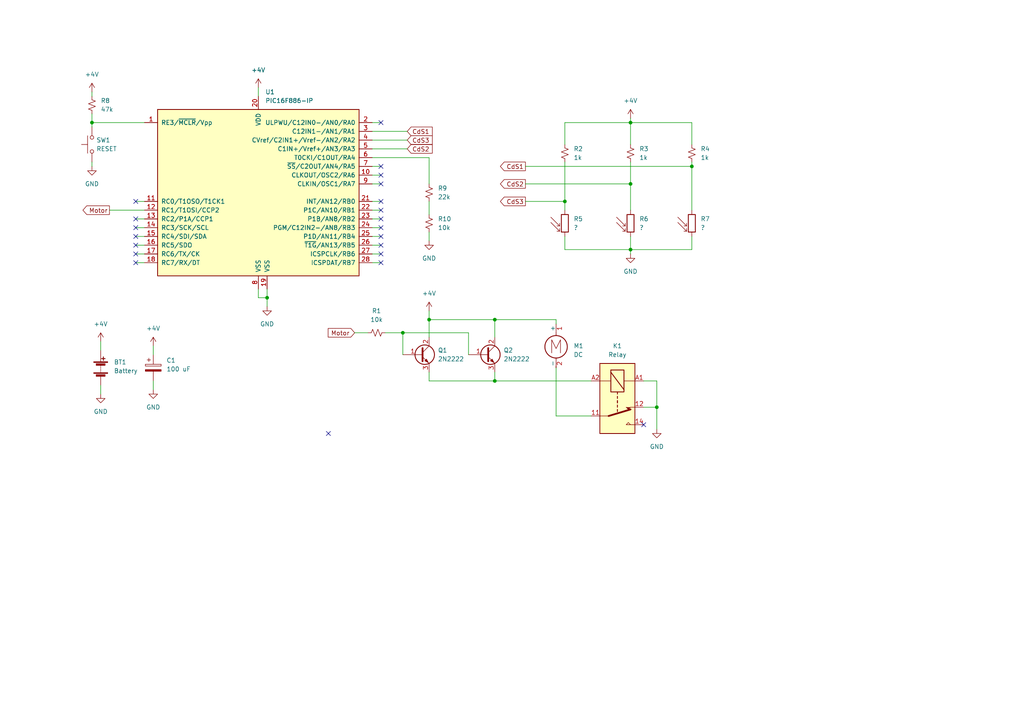
<source format=kicad_sch>
(kicad_sch (version 20211123) (generator eeschema)

  (uuid e63e39d7-6ac0-4ffd-8aa3-1841a4541b55)

  (paper "A4")

  (lib_symbols
    (symbol "Device:Battery" (pin_numbers hide) (pin_names (offset 0) hide) (in_bom yes) (on_board yes)
      (property "Reference" "BT" (id 0) (at 2.54 2.54 0)
        (effects (font (size 1.27 1.27)) (justify left))
      )
      (property "Value" "Battery" (id 1) (at 2.54 0 0)
        (effects (font (size 1.27 1.27)) (justify left))
      )
      (property "Footprint" "" (id 2) (at 0 1.524 90)
        (effects (font (size 1.27 1.27)) hide)
      )
      (property "Datasheet" "~" (id 3) (at 0 1.524 90)
        (effects (font (size 1.27 1.27)) hide)
      )
      (property "ki_keywords" "batt voltage-source cell" (id 4) (at 0 0 0)
        (effects (font (size 1.27 1.27)) hide)
      )
      (property "ki_description" "Multiple-cell battery" (id 5) (at 0 0 0)
        (effects (font (size 1.27 1.27)) hide)
      )
      (symbol "Battery_0_1"
        (rectangle (start -2.032 -1.397) (end 2.032 -1.651)
          (stroke (width 0) (type default) (color 0 0 0 0))
          (fill (type outline))
        )
        (rectangle (start -2.032 1.778) (end 2.032 1.524)
          (stroke (width 0) (type default) (color 0 0 0 0))
          (fill (type outline))
        )
        (rectangle (start -1.3208 -1.9812) (end 1.27 -2.4892)
          (stroke (width 0) (type default) (color 0 0 0 0))
          (fill (type outline))
        )
        (rectangle (start -1.3208 1.1938) (end 1.27 0.6858)
          (stroke (width 0) (type default) (color 0 0 0 0))
          (fill (type outline))
        )
        (polyline
          (pts
            (xy 0 -1.524)
            (xy 0 -1.27)
          )
          (stroke (width 0) (type default) (color 0 0 0 0))
          (fill (type none))
        )
        (polyline
          (pts
            (xy 0 -1.016)
            (xy 0 -0.762)
          )
          (stroke (width 0) (type default) (color 0 0 0 0))
          (fill (type none))
        )
        (polyline
          (pts
            (xy 0 -0.508)
            (xy 0 -0.254)
          )
          (stroke (width 0) (type default) (color 0 0 0 0))
          (fill (type none))
        )
        (polyline
          (pts
            (xy 0 0)
            (xy 0 0.254)
          )
          (stroke (width 0) (type default) (color 0 0 0 0))
          (fill (type none))
        )
        (polyline
          (pts
            (xy 0 0.508)
            (xy 0 0.762)
          )
          (stroke (width 0) (type default) (color 0 0 0 0))
          (fill (type none))
        )
        (polyline
          (pts
            (xy 0 1.778)
            (xy 0 2.54)
          )
          (stroke (width 0) (type default) (color 0 0 0 0))
          (fill (type none))
        )
        (polyline
          (pts
            (xy 0.254 2.667)
            (xy 1.27 2.667)
          )
          (stroke (width 0.254) (type default) (color 0 0 0 0))
          (fill (type none))
        )
        (polyline
          (pts
            (xy 0.762 3.175)
            (xy 0.762 2.159)
          )
          (stroke (width 0.254) (type default) (color 0 0 0 0))
          (fill (type none))
        )
      )
      (symbol "Battery_1_1"
        (pin passive line (at 0 5.08 270) (length 2.54)
          (name "+" (effects (font (size 1.27 1.27))))
          (number "1" (effects (font (size 1.27 1.27))))
        )
        (pin passive line (at 0 -5.08 90) (length 2.54)
          (name "-" (effects (font (size 1.27 1.27))))
          (number "2" (effects (font (size 1.27 1.27))))
        )
      )
    )
    (symbol "Device:C_Polarized" (pin_numbers hide) (pin_names (offset 0.254)) (in_bom yes) (on_board yes)
      (property "Reference" "C" (id 0) (at 0.635 2.54 0)
        (effects (font (size 1.27 1.27)) (justify left))
      )
      (property "Value" "C_Polarized" (id 1) (at 0.635 -2.54 0)
        (effects (font (size 1.27 1.27)) (justify left))
      )
      (property "Footprint" "" (id 2) (at 0.9652 -3.81 0)
        (effects (font (size 1.27 1.27)) hide)
      )
      (property "Datasheet" "~" (id 3) (at 0 0 0)
        (effects (font (size 1.27 1.27)) hide)
      )
      (property "ki_keywords" "cap capacitor" (id 4) (at 0 0 0)
        (effects (font (size 1.27 1.27)) hide)
      )
      (property "ki_description" "Polarized capacitor" (id 5) (at 0 0 0)
        (effects (font (size 1.27 1.27)) hide)
      )
      (property "ki_fp_filters" "CP_*" (id 6) (at 0 0 0)
        (effects (font (size 1.27 1.27)) hide)
      )
      (symbol "C_Polarized_0_1"
        (rectangle (start -2.286 0.508) (end 2.286 1.016)
          (stroke (width 0) (type default) (color 0 0 0 0))
          (fill (type none))
        )
        (polyline
          (pts
            (xy -1.778 2.286)
            (xy -0.762 2.286)
          )
          (stroke (width 0) (type default) (color 0 0 0 0))
          (fill (type none))
        )
        (polyline
          (pts
            (xy -1.27 2.794)
            (xy -1.27 1.778)
          )
          (stroke (width 0) (type default) (color 0 0 0 0))
          (fill (type none))
        )
        (rectangle (start 2.286 -0.508) (end -2.286 -1.016)
          (stroke (width 0) (type default) (color 0 0 0 0))
          (fill (type outline))
        )
      )
      (symbol "C_Polarized_1_1"
        (pin passive line (at 0 3.81 270) (length 2.794)
          (name "~" (effects (font (size 1.27 1.27))))
          (number "1" (effects (font (size 1.27 1.27))))
        )
        (pin passive line (at 0 -3.81 90) (length 2.794)
          (name "~" (effects (font (size 1.27 1.27))))
          (number "2" (effects (font (size 1.27 1.27))))
        )
      )
    )
    (symbol "Device:Q_NPN_BCE" (pin_names (offset 0) hide) (in_bom yes) (on_board yes)
      (property "Reference" "Q" (id 0) (at 5.08 1.27 0)
        (effects (font (size 1.27 1.27)) (justify left))
      )
      (property "Value" "Q_NPN_BCE" (id 1) (at 5.08 -1.27 0)
        (effects (font (size 1.27 1.27)) (justify left))
      )
      (property "Footprint" "" (id 2) (at 5.08 2.54 0)
        (effects (font (size 1.27 1.27)) hide)
      )
      (property "Datasheet" "~" (id 3) (at 0 0 0)
        (effects (font (size 1.27 1.27)) hide)
      )
      (property "ki_keywords" "transistor NPN" (id 4) (at 0 0 0)
        (effects (font (size 1.27 1.27)) hide)
      )
      (property "ki_description" "NPN transistor, base/collector/emitter" (id 5) (at 0 0 0)
        (effects (font (size 1.27 1.27)) hide)
      )
      (symbol "Q_NPN_BCE_0_1"
        (polyline
          (pts
            (xy 0.635 0.635)
            (xy 2.54 2.54)
          )
          (stroke (width 0) (type default) (color 0 0 0 0))
          (fill (type none))
        )
        (polyline
          (pts
            (xy 0.635 -0.635)
            (xy 2.54 -2.54)
            (xy 2.54 -2.54)
          )
          (stroke (width 0) (type default) (color 0 0 0 0))
          (fill (type none))
        )
        (polyline
          (pts
            (xy 0.635 1.905)
            (xy 0.635 -1.905)
            (xy 0.635 -1.905)
          )
          (stroke (width 0.508) (type default) (color 0 0 0 0))
          (fill (type none))
        )
        (polyline
          (pts
            (xy 1.27 -1.778)
            (xy 1.778 -1.27)
            (xy 2.286 -2.286)
            (xy 1.27 -1.778)
            (xy 1.27 -1.778)
          )
          (stroke (width 0) (type default) (color 0 0 0 0))
          (fill (type outline))
        )
        (circle (center 1.27 0) (radius 2.8194)
          (stroke (width 0.254) (type default) (color 0 0 0 0))
          (fill (type none))
        )
      )
      (symbol "Q_NPN_BCE_1_1"
        (pin input line (at -5.08 0 0) (length 5.715)
          (name "B" (effects (font (size 1.27 1.27))))
          (number "1" (effects (font (size 1.27 1.27))))
        )
        (pin passive line (at 2.54 5.08 270) (length 2.54)
          (name "C" (effects (font (size 1.27 1.27))))
          (number "2" (effects (font (size 1.27 1.27))))
        )
        (pin passive line (at 2.54 -5.08 90) (length 2.54)
          (name "E" (effects (font (size 1.27 1.27))))
          (number "3" (effects (font (size 1.27 1.27))))
        )
      )
    )
    (symbol "Device:R_Photo" (pin_numbers hide) (pin_names (offset 0)) (in_bom yes) (on_board yes)
      (property "Reference" "R" (id 0) (at 1.27 1.27 0)
        (effects (font (size 1.27 1.27)) (justify left))
      )
      (property "Value" "R_Photo" (id 1) (at 1.27 0 0)
        (effects (font (size 1.27 1.27)) (justify left top))
      )
      (property "Footprint" "" (id 2) (at 1.27 -6.35 90)
        (effects (font (size 1.27 1.27)) (justify left) hide)
      )
      (property "Datasheet" "~" (id 3) (at 0 -1.27 0)
        (effects (font (size 1.27 1.27)) hide)
      )
      (property "ki_keywords" "resistor variable light sensitive opto LDR" (id 4) (at 0 0 0)
        (effects (font (size 1.27 1.27)) hide)
      )
      (property "ki_description" "Photoresistor" (id 5) (at 0 0 0)
        (effects (font (size 1.27 1.27)) hide)
      )
      (property "ki_fp_filters" "*LDR* R?LDR*" (id 6) (at 0 0 0)
        (effects (font (size 1.27 1.27)) hide)
      )
      (symbol "R_Photo_0_1"
        (rectangle (start -1.016 2.54) (end 1.016 -2.54)
          (stroke (width 0.254) (type default) (color 0 0 0 0))
          (fill (type none))
        )
        (polyline
          (pts
            (xy -1.524 -2.286)
            (xy -4.064 0.254)
          )
          (stroke (width 0) (type default) (color 0 0 0 0))
          (fill (type none))
        )
        (polyline
          (pts
            (xy -1.524 -2.286)
            (xy -2.286 -2.286)
          )
          (stroke (width 0) (type default) (color 0 0 0 0))
          (fill (type none))
        )
        (polyline
          (pts
            (xy -1.524 -2.286)
            (xy -1.524 -1.524)
          )
          (stroke (width 0) (type default) (color 0 0 0 0))
          (fill (type none))
        )
        (polyline
          (pts
            (xy -1.524 -0.762)
            (xy -4.064 1.778)
          )
          (stroke (width 0) (type default) (color 0 0 0 0))
          (fill (type none))
        )
        (polyline
          (pts
            (xy -1.524 -0.762)
            (xy -2.286 -0.762)
          )
          (stroke (width 0) (type default) (color 0 0 0 0))
          (fill (type none))
        )
        (polyline
          (pts
            (xy -1.524 -0.762)
            (xy -1.524 0)
          )
          (stroke (width 0) (type default) (color 0 0 0 0))
          (fill (type none))
        )
      )
      (symbol "R_Photo_1_1"
        (pin passive line (at 0 3.81 270) (length 1.27)
          (name "~" (effects (font (size 1.27 1.27))))
          (number "1" (effects (font (size 1.27 1.27))))
        )
        (pin passive line (at 0 -3.81 90) (length 1.27)
          (name "~" (effects (font (size 1.27 1.27))))
          (number "2" (effects (font (size 1.27 1.27))))
        )
      )
    )
    (symbol "Device:R_Small_US" (pin_numbers hide) (pin_names (offset 0.254) hide) (in_bom yes) (on_board yes)
      (property "Reference" "R" (id 0) (at 0.762 0.508 0)
        (effects (font (size 1.27 1.27)) (justify left))
      )
      (property "Value" "R_Small_US" (id 1) (at 0.762 -1.016 0)
        (effects (font (size 1.27 1.27)) (justify left))
      )
      (property "Footprint" "" (id 2) (at 0 0 0)
        (effects (font (size 1.27 1.27)) hide)
      )
      (property "Datasheet" "~" (id 3) (at 0 0 0)
        (effects (font (size 1.27 1.27)) hide)
      )
      (property "ki_keywords" "r resistor" (id 4) (at 0 0 0)
        (effects (font (size 1.27 1.27)) hide)
      )
      (property "ki_description" "Resistor, small US symbol" (id 5) (at 0 0 0)
        (effects (font (size 1.27 1.27)) hide)
      )
      (property "ki_fp_filters" "R_*" (id 6) (at 0 0 0)
        (effects (font (size 1.27 1.27)) hide)
      )
      (symbol "R_Small_US_1_1"
        (polyline
          (pts
            (xy 0 0)
            (xy 1.016 -0.381)
            (xy 0 -0.762)
            (xy -1.016 -1.143)
            (xy 0 -1.524)
          )
          (stroke (width 0) (type default) (color 0 0 0 0))
          (fill (type none))
        )
        (polyline
          (pts
            (xy 0 1.524)
            (xy 1.016 1.143)
            (xy 0 0.762)
            (xy -1.016 0.381)
            (xy 0 0)
          )
          (stroke (width 0) (type default) (color 0 0 0 0))
          (fill (type none))
        )
        (pin passive line (at 0 2.54 270) (length 1.016)
          (name "~" (effects (font (size 1.27 1.27))))
          (number "1" (effects (font (size 1.27 1.27))))
        )
        (pin passive line (at 0 -2.54 90) (length 1.016)
          (name "~" (effects (font (size 1.27 1.27))))
          (number "2" (effects (font (size 1.27 1.27))))
        )
      )
    )
    (symbol "MCU_Microchip_PIC16:PIC16F886-IP" (pin_names (offset 1.016)) (in_bom yes) (on_board yes)
      (property "Reference" "U" (id 0) (at 13.97 27.94 0)
        (effects (font (size 1.27 1.27)) (justify left))
      )
      (property "Value" "PIC16F886-IP" (id 1) (at 13.97 25.4 0)
        (effects (font (size 1.27 1.27)) (justify left))
      )
      (property "Footprint" "" (id 2) (at 0 0 0)
        (effects (font (size 1.27 1.27) italic) hide)
      )
      (property "Datasheet" "http://ww1.microchip.com/downloads/en/DeviceDoc/41291D.pdf" (id 3) (at 0 -5.08 0)
        (effects (font (size 1.27 1.27)) hide)
      )
      (property "ki_keywords" "Flash-Based 8-Bit CMOS Microcontroller" (id 4) (at 0 0 0)
        (effects (font (size 1.27 1.27)) hide)
      )
      (property "ki_description" "8K Flash, 256B SRAM, 256B EEPROM, XLP, DIP28" (id 5) (at 0 0 0)
        (effects (font (size 1.27 1.27)) hide)
      )
      (property "ki_fp_filters" "DIP* PDIP*" (id 6) (at 0 0 0)
        (effects (font (size 1.27 1.27)) hide)
      )
      (symbol "PIC16F886-IP_0_1"
        (rectangle (start -29.21 24.13) (end 29.21 -24.13)
          (stroke (width 0.254) (type default) (color 0 0 0 0))
          (fill (type background))
        )
      )
      (symbol "PIC16F886-IP_1_1"
        (pin bidirectional line (at -33.02 20.32 0) (length 3.81)
          (name "RE3/~{MCLR}/Vpp" (effects (font (size 1.27 1.27))))
          (number "1" (effects (font (size 1.27 1.27))))
        )
        (pin bidirectional line (at 33.02 5.08 180) (length 3.81)
          (name "CLKOUT/OSC2/RA6" (effects (font (size 1.27 1.27))))
          (number "10" (effects (font (size 1.27 1.27))))
        )
        (pin bidirectional line (at -33.02 -2.54 0) (length 3.81)
          (name "RC0/T1OSO/T1CK1" (effects (font (size 1.27 1.27))))
          (number "11" (effects (font (size 1.27 1.27))))
        )
        (pin bidirectional line (at -33.02 -5.08 0) (length 3.81)
          (name "RC1/T1OSI/CCP2" (effects (font (size 1.27 1.27))))
          (number "12" (effects (font (size 1.27 1.27))))
        )
        (pin bidirectional line (at -33.02 -7.62 0) (length 3.81)
          (name "RC2/P1A/CCP1" (effects (font (size 1.27 1.27))))
          (number "13" (effects (font (size 1.27 1.27))))
        )
        (pin bidirectional line (at -33.02 -10.16 0) (length 3.81)
          (name "RC3/SCK/SCL" (effects (font (size 1.27 1.27))))
          (number "14" (effects (font (size 1.27 1.27))))
        )
        (pin bidirectional line (at -33.02 -12.7 0) (length 3.81)
          (name "RC4/SDI/SDA" (effects (font (size 1.27 1.27))))
          (number "15" (effects (font (size 1.27 1.27))))
        )
        (pin bidirectional line (at -33.02 -15.24 0) (length 3.81)
          (name "RC5/SDO" (effects (font (size 1.27 1.27))))
          (number "16" (effects (font (size 1.27 1.27))))
        )
        (pin bidirectional line (at -33.02 -17.78 0) (length 3.81)
          (name "RC6/TX/CK" (effects (font (size 1.27 1.27))))
          (number "17" (effects (font (size 1.27 1.27))))
        )
        (pin bidirectional line (at -33.02 -20.32 0) (length 3.81)
          (name "RC7/RX/DT" (effects (font (size 1.27 1.27))))
          (number "18" (effects (font (size 1.27 1.27))))
        )
        (pin power_in line (at 2.54 -27.94 90) (length 3.81)
          (name "VSS" (effects (font (size 1.27 1.27))))
          (number "19" (effects (font (size 1.27 1.27))))
        )
        (pin bidirectional line (at 33.02 20.32 180) (length 3.81)
          (name "ULPWU/C12IN0-/AN0/RA0" (effects (font (size 1.27 1.27))))
          (number "2" (effects (font (size 1.27 1.27))))
        )
        (pin power_in line (at 0 27.94 270) (length 3.81)
          (name "VDD" (effects (font (size 1.27 1.27))))
          (number "20" (effects (font (size 1.27 1.27))))
        )
        (pin bidirectional line (at 33.02 -2.54 180) (length 3.81)
          (name "INT/AN12/RB0" (effects (font (size 1.27 1.27))))
          (number "21" (effects (font (size 1.27 1.27))))
        )
        (pin bidirectional line (at 33.02 -5.08 180) (length 3.81)
          (name "P1C/AN10/RB1" (effects (font (size 1.27 1.27))))
          (number "22" (effects (font (size 1.27 1.27))))
        )
        (pin bidirectional line (at 33.02 -7.62 180) (length 3.81)
          (name "P1B/AN8/RB2" (effects (font (size 1.27 1.27))))
          (number "23" (effects (font (size 1.27 1.27))))
        )
        (pin bidirectional line (at 33.02 -10.16 180) (length 3.81)
          (name "PGM/C12IN2-/AN8/RB3" (effects (font (size 1.27 1.27))))
          (number "24" (effects (font (size 1.27 1.27))))
        )
        (pin bidirectional line (at 33.02 -12.7 180) (length 3.81)
          (name "P1D/AN11/RB4" (effects (font (size 1.27 1.27))))
          (number "25" (effects (font (size 1.27 1.27))))
        )
        (pin bidirectional line (at 33.02 -15.24 180) (length 3.81)
          (name "~{T1G}/AN13/RB5" (effects (font (size 1.27 1.27))))
          (number "26" (effects (font (size 1.27 1.27))))
        )
        (pin bidirectional line (at 33.02 -17.78 180) (length 3.81)
          (name "ICSPCLK/RB6" (effects (font (size 1.27 1.27))))
          (number "27" (effects (font (size 1.27 1.27))))
        )
        (pin bidirectional line (at 33.02 -20.32 180) (length 3.81)
          (name "ICSPDAT/RB7" (effects (font (size 1.27 1.27))))
          (number "28" (effects (font (size 1.27 1.27))))
        )
        (pin bidirectional line (at 33.02 17.78 180) (length 3.81)
          (name "C12IN1-/AN1/RA1" (effects (font (size 1.27 1.27))))
          (number "3" (effects (font (size 1.27 1.27))))
        )
        (pin bidirectional line (at 33.02 15.24 180) (length 3.81)
          (name "CVref/C2IN1+/Vref-/AN2/RA2" (effects (font (size 1.27 1.27))))
          (number "4" (effects (font (size 1.27 1.27))))
        )
        (pin bidirectional line (at 33.02 12.7 180) (length 3.81)
          (name "C1IN+/Vref+/AN3/RA3" (effects (font (size 1.27 1.27))))
          (number "5" (effects (font (size 1.27 1.27))))
        )
        (pin bidirectional line (at 33.02 10.16 180) (length 3.81)
          (name "T0CKI/C1OUT/RA4" (effects (font (size 1.27 1.27))))
          (number "6" (effects (font (size 1.27 1.27))))
        )
        (pin bidirectional line (at 33.02 7.62 180) (length 3.81)
          (name "~{SS}/C2OUT/AN4/RA5" (effects (font (size 1.27 1.27))))
          (number "7" (effects (font (size 1.27 1.27))))
        )
        (pin power_in line (at 0 -27.94 90) (length 3.81)
          (name "VSS" (effects (font (size 1.27 1.27))))
          (number "8" (effects (font (size 1.27 1.27))))
        )
        (pin input line (at 33.02 2.54 180) (length 3.81)
          (name "CLKIN/OSC1/RA7" (effects (font (size 1.27 1.27))))
          (number "9" (effects (font (size 1.27 1.27))))
        )
      )
    )
    (symbol "Motor:Motor_DC" (pin_names (offset 0)) (in_bom yes) (on_board yes)
      (property "Reference" "M" (id 0) (at 2.54 2.54 0)
        (effects (font (size 1.27 1.27)) (justify left))
      )
      (property "Value" "Motor_DC" (id 1) (at 2.54 -5.08 0)
        (effects (font (size 1.27 1.27)) (justify left top))
      )
      (property "Footprint" "" (id 2) (at 0 -2.286 0)
        (effects (font (size 1.27 1.27)) hide)
      )
      (property "Datasheet" "~" (id 3) (at 0 -2.286 0)
        (effects (font (size 1.27 1.27)) hide)
      )
      (property "ki_keywords" "DC Motor" (id 4) (at 0 0 0)
        (effects (font (size 1.27 1.27)) hide)
      )
      (property "ki_description" "DC Motor" (id 5) (at 0 0 0)
        (effects (font (size 1.27 1.27)) hide)
      )
      (property "ki_fp_filters" "PinHeader*P2.54mm* TerminalBlock*" (id 6) (at 0 0 0)
        (effects (font (size 1.27 1.27)) hide)
      )
      (symbol "Motor_DC_0_0"
        (polyline
          (pts
            (xy -1.27 -3.302)
            (xy -1.27 0.508)
            (xy 0 -2.032)
            (xy 1.27 0.508)
            (xy 1.27 -3.302)
          )
          (stroke (width 0) (type default) (color 0 0 0 0))
          (fill (type none))
        )
      )
      (symbol "Motor_DC_0_1"
        (circle (center 0 -1.524) (radius 3.2512)
          (stroke (width 0.254) (type default) (color 0 0 0 0))
          (fill (type none))
        )
        (polyline
          (pts
            (xy 0 -7.62)
            (xy 0 -7.112)
          )
          (stroke (width 0) (type default) (color 0 0 0 0))
          (fill (type none))
        )
        (polyline
          (pts
            (xy 0 -4.7752)
            (xy 0 -5.1816)
          )
          (stroke (width 0) (type default) (color 0 0 0 0))
          (fill (type none))
        )
        (polyline
          (pts
            (xy 0 1.7272)
            (xy 0 2.0828)
          )
          (stroke (width 0) (type default) (color 0 0 0 0))
          (fill (type none))
        )
        (polyline
          (pts
            (xy 0 2.032)
            (xy 0 2.54)
          )
          (stroke (width 0) (type default) (color 0 0 0 0))
          (fill (type none))
        )
      )
      (symbol "Motor_DC_1_1"
        (pin passive line (at 0 5.08 270) (length 2.54)
          (name "+" (effects (font (size 1.27 1.27))))
          (number "1" (effects (font (size 1.27 1.27))))
        )
        (pin passive line (at 0 -7.62 90) (length 2.54)
          (name "-" (effects (font (size 1.27 1.27))))
          (number "2" (effects (font (size 1.27 1.27))))
        )
      )
    )
    (symbol "Relay:FINDER-36.11" (in_bom yes) (on_board yes)
      (property "Reference" "K" (id 0) (at 11.43 3.81 0)
        (effects (font (size 1.27 1.27)) (justify left))
      )
      (property "Value" "FINDER-36.11" (id 1) (at 11.43 1.27 0)
        (effects (font (size 1.27 1.27)) (justify left))
      )
      (property "Footprint" "Relay_THT:Relay_SPDT_Finder_36.11" (id 2) (at 32.258 -0.762 0)
        (effects (font (size 1.27 1.27)) hide)
      )
      (property "Datasheet" "https://gfinder.findernet.com/public/attachments/36/EN/S36EN.pdf" (id 3) (at 0 0 0)
        (effects (font (size 1.27 1.27)) hide)
      )
      (property "ki_keywords" "spdt relay" (id 4) (at 0 0 0)
        (effects (font (size 1.27 1.27)) hide)
      )
      (property "ki_description" "FINDER 36.11, SPDT relay, 10A" (id 5) (at 0 0 0)
        (effects (font (size 1.27 1.27)) hide)
      )
      (property "ki_fp_filters" "Relay*SPDT*Finder*36.11*" (id 6) (at 0 0 0)
        (effects (font (size 1.27 1.27)) hide)
      )
      (symbol "FINDER-36.11_0_0"
        (polyline
          (pts
            (xy 2.54 3.81)
            (xy 2.54 5.08)
          )
          (stroke (width 0) (type default) (color 0 0 0 0))
          (fill (type none))
        )
        (polyline
          (pts
            (xy 7.62 3.81)
            (xy 7.62 5.08)
          )
          (stroke (width 0) (type default) (color 0 0 0 0))
          (fill (type none))
        )
        (polyline
          (pts
            (xy 7.62 3.81)
            (xy 7.62 2.54)
            (xy 6.985 3.175)
            (xy 7.62 3.81)
          )
          (stroke (width 0) (type default) (color 0 0 0 0))
          (fill (type none))
        )
      )
      (symbol "FINDER-36.11_0_1"
        (rectangle (start -10.16 5.08) (end 10.16 -5.08)
          (stroke (width 0.254) (type default) (color 0 0 0 0))
          (fill (type background))
        )
        (rectangle (start -8.255 1.905) (end -1.905 -1.905)
          (stroke (width 0.254) (type default) (color 0 0 0 0))
          (fill (type none))
        )
        (polyline
          (pts
            (xy -7.62 -1.905)
            (xy -2.54 1.905)
          )
          (stroke (width 0.254) (type default) (color 0 0 0 0))
          (fill (type none))
        )
        (polyline
          (pts
            (xy -5.08 -5.08)
            (xy -5.08 -1.905)
          )
          (stroke (width 0) (type default) (color 0 0 0 0))
          (fill (type none))
        )
        (polyline
          (pts
            (xy -5.08 5.08)
            (xy -5.08 1.905)
          )
          (stroke (width 0) (type default) (color 0 0 0 0))
          (fill (type none))
        )
        (polyline
          (pts
            (xy -1.905 0)
            (xy -1.27 0)
          )
          (stroke (width 0.254) (type default) (color 0 0 0 0))
          (fill (type none))
        )
        (polyline
          (pts
            (xy -0.635 0)
            (xy 0 0)
          )
          (stroke (width 0.254) (type default) (color 0 0 0 0))
          (fill (type none))
        )
        (polyline
          (pts
            (xy 0.635 0)
            (xy 1.27 0)
          )
          (stroke (width 0.254) (type default) (color 0 0 0 0))
          (fill (type none))
        )
        (polyline
          (pts
            (xy 0.635 0)
            (xy 1.27 0)
          )
          (stroke (width 0.254) (type default) (color 0 0 0 0))
          (fill (type none))
        )
        (polyline
          (pts
            (xy 1.905 0)
            (xy 2.54 0)
          )
          (stroke (width 0.254) (type default) (color 0 0 0 0))
          (fill (type none))
        )
        (polyline
          (pts
            (xy 3.175 0)
            (xy 3.81 0)
          )
          (stroke (width 0.254) (type default) (color 0 0 0 0))
          (fill (type none))
        )
        (polyline
          (pts
            (xy 5.08 -2.54)
            (xy 3.175 3.81)
          )
          (stroke (width 0.508) (type default) (color 0 0 0 0))
          (fill (type none))
        )
        (polyline
          (pts
            (xy 5.08 -2.54)
            (xy 5.08 -5.08)
          )
          (stroke (width 0) (type default) (color 0 0 0 0))
          (fill (type none))
        )
        (polyline
          (pts
            (xy 2.54 2.54)
            (xy 3.175 3.175)
            (xy 2.54 3.81)
          )
          (stroke (width 0) (type default) (color 0 0 0 0))
          (fill (type outline))
        )
      )
      (symbol "FINDER-36.11_1_1"
        (pin passive line (at 5.08 -7.62 90) (length 2.54)
          (name "~" (effects (font (size 1.27 1.27))))
          (number "11" (effects (font (size 1.27 1.27))))
        )
        (pin passive line (at 2.54 7.62 270) (length 2.54)
          (name "~" (effects (font (size 1.27 1.27))))
          (number "12" (effects (font (size 1.27 1.27))))
        )
        (pin passive line (at 7.62 7.62 270) (length 2.54)
          (name "~" (effects (font (size 1.27 1.27))))
          (number "14" (effects (font (size 1.27 1.27))))
        )
        (pin passive line (at -5.08 7.62 270) (length 2.54)
          (name "~" (effects (font (size 1.27 1.27))))
          (number "A1" (effects (font (size 1.27 1.27))))
        )
        (pin passive line (at -5.08 -7.62 90) (length 2.54)
          (name "~" (effects (font (size 1.27 1.27))))
          (number "A2" (effects (font (size 1.27 1.27))))
        )
      )
    )
    (symbol "Switch:SW_Push" (pin_numbers hide) (pin_names (offset 1.016) hide) (in_bom yes) (on_board yes)
      (property "Reference" "SW" (id 0) (at 1.27 2.54 0)
        (effects (font (size 1.27 1.27)) (justify left))
      )
      (property "Value" "SW_Push" (id 1) (at 0 -1.524 0)
        (effects (font (size 1.27 1.27)))
      )
      (property "Footprint" "" (id 2) (at 0 5.08 0)
        (effects (font (size 1.27 1.27)) hide)
      )
      (property "Datasheet" "~" (id 3) (at 0 5.08 0)
        (effects (font (size 1.27 1.27)) hide)
      )
      (property "ki_keywords" "switch normally-open pushbutton push-button" (id 4) (at 0 0 0)
        (effects (font (size 1.27 1.27)) hide)
      )
      (property "ki_description" "Push button switch, generic, two pins" (id 5) (at 0 0 0)
        (effects (font (size 1.27 1.27)) hide)
      )
      (symbol "SW_Push_0_1"
        (circle (center -2.032 0) (radius 0.508)
          (stroke (width 0) (type default) (color 0 0 0 0))
          (fill (type none))
        )
        (polyline
          (pts
            (xy 0 1.27)
            (xy 0 3.048)
          )
          (stroke (width 0) (type default) (color 0 0 0 0))
          (fill (type none))
        )
        (polyline
          (pts
            (xy 2.54 1.27)
            (xy -2.54 1.27)
          )
          (stroke (width 0) (type default) (color 0 0 0 0))
          (fill (type none))
        )
        (circle (center 2.032 0) (radius 0.508)
          (stroke (width 0) (type default) (color 0 0 0 0))
          (fill (type none))
        )
        (pin passive line (at -5.08 0 0) (length 2.54)
          (name "1" (effects (font (size 1.27 1.27))))
          (number "1" (effects (font (size 1.27 1.27))))
        )
        (pin passive line (at 5.08 0 180) (length 2.54)
          (name "2" (effects (font (size 1.27 1.27))))
          (number "2" (effects (font (size 1.27 1.27))))
        )
      )
    )
    (symbol "power:+4V" (power) (pin_names (offset 0)) (in_bom yes) (on_board yes)
      (property "Reference" "#PWR" (id 0) (at 0 -3.81 0)
        (effects (font (size 1.27 1.27)) hide)
      )
      (property "Value" "+4V" (id 1) (at 0 3.556 0)
        (effects (font (size 1.27 1.27)))
      )
      (property "Footprint" "" (id 2) (at 0 0 0)
        (effects (font (size 1.27 1.27)) hide)
      )
      (property "Datasheet" "" (id 3) (at 0 0 0)
        (effects (font (size 1.27 1.27)) hide)
      )
      (property "ki_keywords" "power-flag" (id 4) (at 0 0 0)
        (effects (font (size 1.27 1.27)) hide)
      )
      (property "ki_description" "Power symbol creates a global label with name \"+4V\"" (id 5) (at 0 0 0)
        (effects (font (size 1.27 1.27)) hide)
      )
      (symbol "+4V_0_1"
        (polyline
          (pts
            (xy -0.762 1.27)
            (xy 0 2.54)
          )
          (stroke (width 0) (type default) (color 0 0 0 0))
          (fill (type none))
        )
        (polyline
          (pts
            (xy 0 0)
            (xy 0 2.54)
          )
          (stroke (width 0) (type default) (color 0 0 0 0))
          (fill (type none))
        )
        (polyline
          (pts
            (xy 0 2.54)
            (xy 0.762 1.27)
          )
          (stroke (width 0) (type default) (color 0 0 0 0))
          (fill (type none))
        )
      )
      (symbol "+4V_1_1"
        (pin power_in line (at 0 0 90) (length 0) hide
          (name "+4V" (effects (font (size 1.27 1.27))))
          (number "1" (effects (font (size 1.27 1.27))))
        )
      )
    )
    (symbol "power:GND" (power) (pin_names (offset 0)) (in_bom yes) (on_board yes)
      (property "Reference" "#PWR" (id 0) (at 0 -6.35 0)
        (effects (font (size 1.27 1.27)) hide)
      )
      (property "Value" "GND" (id 1) (at 0 -3.81 0)
        (effects (font (size 1.27 1.27)))
      )
      (property "Footprint" "" (id 2) (at 0 0 0)
        (effects (font (size 1.27 1.27)) hide)
      )
      (property "Datasheet" "" (id 3) (at 0 0 0)
        (effects (font (size 1.27 1.27)) hide)
      )
      (property "ki_keywords" "power-flag" (id 4) (at 0 0 0)
        (effects (font (size 1.27 1.27)) hide)
      )
      (property "ki_description" "Power symbol creates a global label with name \"GND\" , ground" (id 5) (at 0 0 0)
        (effects (font (size 1.27 1.27)) hide)
      )
      (symbol "GND_0_1"
        (polyline
          (pts
            (xy 0 0)
            (xy 0 -1.27)
            (xy 1.27 -1.27)
            (xy 0 -2.54)
            (xy -1.27 -1.27)
            (xy 0 -1.27)
          )
          (stroke (width 0) (type default) (color 0 0 0 0))
          (fill (type none))
        )
      )
      (symbol "GND_1_1"
        (pin power_in line (at 0 0 270) (length 0) hide
          (name "GND" (effects (font (size 1.27 1.27))))
          (number "1" (effects (font (size 1.27 1.27))))
        )
      )
    )
  )

  (junction (at 77.47 86.36) (diameter 0) (color 0 0 0 0)
    (uuid 1ad2ae28-7658-4c65-89a3-941b72967eda)
  )
  (junction (at 190.5 118.11) (diameter 0) (color 0 0 0 0)
    (uuid 1ef52f81-0d53-4127-9d93-8cb54be36971)
  )
  (junction (at 116.84 96.52) (diameter 0) (color 0 0 0 0)
    (uuid 2473e2b1-6a0f-49ff-b4f6-680c4cbe2c5e)
  )
  (junction (at 182.88 53.34) (diameter 0) (color 0 0 0 0)
    (uuid 3f468965-3c52-45ed-8e51-72e594a4bb06)
  )
  (junction (at 124.46 92.71) (diameter 0) (color 0 0 0 0)
    (uuid 645a7023-3661-4a49-bd0d-3072ecaa4053)
  )
  (junction (at 26.67 35.56) (diameter 0) (color 0 0 0 0)
    (uuid 9326bed2-aa30-46e9-a16c-215baec00d2a)
  )
  (junction (at 163.83 58.42) (diameter 0) (color 0 0 0 0)
    (uuid bd8d2910-62bf-4605-9a3e-f1e2783f3c83)
  )
  (junction (at 200.66 48.26) (diameter 0) (color 0 0 0 0)
    (uuid c52cd1a7-b735-4839-89ff-d22c0790d0a4)
  )
  (junction (at 143.51 92.71) (diameter 0) (color 0 0 0 0)
    (uuid c6a624bc-94c9-4b0e-adf6-868f51a33797)
  )
  (junction (at 182.88 72.39) (diameter 0) (color 0 0 0 0)
    (uuid f1f12794-3b16-4214-869e-80f56d86efee)
  )
  (junction (at 143.51 110.49) (diameter 0) (color 0 0 0 0)
    (uuid f333f896-4336-4f00-8de0-d133999b3b9e)
  )
  (junction (at 182.88 35.56) (diameter 0) (color 0 0 0 0)
    (uuid fa0b543c-881c-48ea-83e8-4db113c284f4)
  )

  (no_connect (at 110.49 53.34) (uuid 426a3638-498c-43f5-918b-c432cee02df3))
  (no_connect (at 110.49 50.8) (uuid 426a3638-498c-43f5-918b-c432cee02df3))
  (no_connect (at 110.49 48.26) (uuid 426a3638-498c-43f5-918b-c432cee02df3))
  (no_connect (at 110.49 35.56) (uuid 426a3638-498c-43f5-918b-c432cee02df3))
  (no_connect (at 110.49 73.66) (uuid 426a3638-498c-43f5-918b-c432cee02df3))
  (no_connect (at 110.49 76.2) (uuid 426a3638-498c-43f5-918b-c432cee02df3))
  (no_connect (at 110.49 71.12) (uuid 426a3638-498c-43f5-918b-c432cee02df3))
  (no_connect (at 95.25 125.73) (uuid a8dcee50-8831-4eae-9cae-0d095920b539))
  (no_connect (at 110.49 60.96) (uuid c88dba23-9aa4-4610-9757-e713b69ebcb1))
  (no_connect (at 110.49 63.5) (uuid c88dba23-9aa4-4610-9757-e713b69ebcb1))
  (no_connect (at 110.49 58.42) (uuid c88dba23-9aa4-4610-9757-e713b69ebcb1))
  (no_connect (at 110.49 66.04) (uuid c88dba23-9aa4-4610-9757-e713b69ebcb1))
  (no_connect (at 110.49 68.58) (uuid c88dba23-9aa4-4610-9757-e713b69ebcb1))
  (no_connect (at 39.37 76.2) (uuid c88dba23-9aa4-4610-9757-e713b69ebcb1))
  (no_connect (at 39.37 71.12) (uuid c88dba23-9aa4-4610-9757-e713b69ebcb1))
  (no_connect (at 39.37 66.04) (uuid c88dba23-9aa4-4610-9757-e713b69ebcb1))
  (no_connect (at 39.37 73.66) (uuid c88dba23-9aa4-4610-9757-e713b69ebcb1))
  (no_connect (at 39.37 68.58) (uuid c88dba23-9aa4-4610-9757-e713b69ebcb1))
  (no_connect (at 39.37 63.5) (uuid c88dba23-9aa4-4610-9757-e713b69ebcb1))
  (no_connect (at 39.37 58.42) (uuid c88dba23-9aa4-4610-9757-e713b69ebcb1))
  (no_connect (at 186.69 123.19) (uuid fcffa6ac-5d61-4099-bb95-6f9d3886052d))

  (wire (pts (xy 77.47 86.36) (xy 77.47 88.9))
    (stroke (width 0) (type default) (color 0 0 0 0))
    (uuid 00494afe-bff8-4f02-b93e-967bca35c132)
  )
  (wire (pts (xy 107.95 66.04) (xy 110.49 66.04))
    (stroke (width 0) (type default) (color 0 0 0 0))
    (uuid 0a7ef52e-e65b-4bbb-bbbb-fec6f1e2a993)
  )
  (wire (pts (xy 143.51 92.71) (xy 161.29 92.71))
    (stroke (width 0) (type default) (color 0 0 0 0))
    (uuid 0b07d56d-fd44-4aac-a981-07837158671a)
  )
  (wire (pts (xy 116.84 96.52) (xy 116.84 102.87))
    (stroke (width 0) (type default) (color 0 0 0 0))
    (uuid 0bd88c7a-ac33-4609-8eb1-70cc18dcf299)
  )
  (wire (pts (xy 186.69 110.49) (xy 190.5 110.49))
    (stroke (width 0) (type default) (color 0 0 0 0))
    (uuid 0cc18388-378f-42e7-a08c-8daf09c6982f)
  )
  (wire (pts (xy 163.83 35.56) (xy 182.88 35.56))
    (stroke (width 0) (type default) (color 0 0 0 0))
    (uuid 0ea4cf62-4791-48d4-b143-b854fc7b2b79)
  )
  (wire (pts (xy 124.46 110.49) (xy 143.51 110.49))
    (stroke (width 0) (type default) (color 0 0 0 0))
    (uuid 12a8000d-a5e4-43d6-9e46-5c6199692245)
  )
  (wire (pts (xy 171.45 120.65) (xy 161.29 120.65))
    (stroke (width 0) (type default) (color 0 0 0 0))
    (uuid 1ad26e10-c768-48bf-8459-2a103f9f2945)
  )
  (wire (pts (xy 190.5 110.49) (xy 190.5 118.11))
    (stroke (width 0) (type default) (color 0 0 0 0))
    (uuid 1b9ed51f-63aa-4fe5-a011-3af62e4d3941)
  )
  (wire (pts (xy 186.69 118.11) (xy 190.5 118.11))
    (stroke (width 0) (type default) (color 0 0 0 0))
    (uuid 1bf7d46e-e48e-41a1-9a8e-4969eeadf57b)
  )
  (wire (pts (xy 107.95 35.56) (xy 110.49 35.56))
    (stroke (width 0) (type default) (color 0 0 0 0))
    (uuid 1c1ef39d-4454-4293-8c8d-42765ee7f0a8)
  )
  (wire (pts (xy 182.88 34.29) (xy 182.88 35.56))
    (stroke (width 0) (type default) (color 0 0 0 0))
    (uuid 1de48337-8497-4202-b6e8-300d3c1be2be)
  )
  (wire (pts (xy 107.95 48.26) (xy 110.49 48.26))
    (stroke (width 0) (type default) (color 0 0 0 0))
    (uuid 1f806a4d-e993-4684-a2eb-00f240223689)
  )
  (wire (pts (xy 107.95 73.66) (xy 110.49 73.66))
    (stroke (width 0) (type default) (color 0 0 0 0))
    (uuid 21a00766-626e-4072-a0f6-6e32cdce7a66)
  )
  (wire (pts (xy 107.95 58.42) (xy 110.49 58.42))
    (stroke (width 0) (type default) (color 0 0 0 0))
    (uuid 256d7638-bde9-4319-ac41-ca22a79f8fde)
  )
  (wire (pts (xy 200.66 48.26) (xy 200.66 60.96))
    (stroke (width 0) (type default) (color 0 0 0 0))
    (uuid 2697fcda-8822-4f9c-b7e1-47e33d16e73f)
  )
  (wire (pts (xy 107.95 40.64) (xy 118.11 40.64))
    (stroke (width 0) (type default) (color 0 0 0 0))
    (uuid 2e597cb8-7512-4c6c-b50c-f1f16c385b91)
  )
  (wire (pts (xy 182.88 53.34) (xy 182.88 60.96))
    (stroke (width 0) (type default) (color 0 0 0 0))
    (uuid 30609bf1-07e2-439b-b3a5-826596da9e2b)
  )
  (wire (pts (xy 107.95 43.18) (xy 118.11 43.18))
    (stroke (width 0) (type default) (color 0 0 0 0))
    (uuid 3461c793-4e55-4195-9bbc-293f9d6cc24e)
  )
  (wire (pts (xy 182.88 68.58) (xy 182.88 72.39))
    (stroke (width 0) (type default) (color 0 0 0 0))
    (uuid 395e6f0f-1b46-4738-9b4a-5227280e3baf)
  )
  (wire (pts (xy 102.87 96.52) (xy 106.68 96.52))
    (stroke (width 0) (type default) (color 0 0 0 0))
    (uuid 45617b50-ad72-4062-9697-98e8bdc0944f)
  )
  (wire (pts (xy 39.37 58.42) (xy 41.91 58.42))
    (stroke (width 0) (type default) (color 0 0 0 0))
    (uuid 487381ae-7b9a-4d9a-a0cc-275bb918c19b)
  )
  (wire (pts (xy 39.37 68.58) (xy 41.91 68.58))
    (stroke (width 0) (type default) (color 0 0 0 0))
    (uuid 4a84afba-2461-4f96-b1e3-425a66a0bb79)
  )
  (wire (pts (xy 107.95 38.1) (xy 118.11 38.1))
    (stroke (width 0) (type default) (color 0 0 0 0))
    (uuid 4c4e8b40-8406-42fd-a9ab-47478cff33a9)
  )
  (wire (pts (xy 107.95 53.34) (xy 110.49 53.34))
    (stroke (width 0) (type default) (color 0 0 0 0))
    (uuid 58356f24-aaea-4b0f-9b0e-fecd05ae3640)
  )
  (wire (pts (xy 29.21 99.06) (xy 29.21 101.6))
    (stroke (width 0) (type default) (color 0 0 0 0))
    (uuid 5d801204-774c-4791-885c-2822a6e8be3d)
  )
  (wire (pts (xy 143.51 107.95) (xy 143.51 110.49))
    (stroke (width 0) (type default) (color 0 0 0 0))
    (uuid 5f60fa3d-e7eb-4d35-9167-6a523803daf8)
  )
  (wire (pts (xy 41.91 35.56) (xy 26.67 35.56))
    (stroke (width 0) (type default) (color 0 0 0 0))
    (uuid 62cb7481-6564-47db-b557-df28a4826c26)
  )
  (wire (pts (xy 163.83 68.58) (xy 163.83 72.39))
    (stroke (width 0) (type default) (color 0 0 0 0))
    (uuid 62def94f-da82-4011-bf35-41c3c797a86b)
  )
  (wire (pts (xy 143.51 92.71) (xy 143.51 97.79))
    (stroke (width 0) (type default) (color 0 0 0 0))
    (uuid 6f11fc21-1abf-4e2c-8f35-d73648d1b054)
  )
  (wire (pts (xy 124.46 45.72) (xy 124.46 53.34))
    (stroke (width 0) (type default) (color 0 0 0 0))
    (uuid 71fc3601-0970-4e65-bb0c-c6a98152502b)
  )
  (wire (pts (xy 124.46 92.71) (xy 143.51 92.71))
    (stroke (width 0) (type default) (color 0 0 0 0))
    (uuid 750b6e10-de2b-4adf-bd7c-bcd3e6152338)
  )
  (wire (pts (xy 182.88 46.99) (xy 182.88 53.34))
    (stroke (width 0) (type default) (color 0 0 0 0))
    (uuid 7aa0354e-a973-4503-aeb4-9905785fa759)
  )
  (wire (pts (xy 152.4 58.42) (xy 163.83 58.42))
    (stroke (width 0) (type default) (color 0 0 0 0))
    (uuid 7ba8cc10-4151-4667-b35c-74686ccdfa76)
  )
  (wire (pts (xy 44.45 100.33) (xy 44.45 102.87))
    (stroke (width 0) (type default) (color 0 0 0 0))
    (uuid 7d8fc898-738a-4f6d-9909-a968309e909d)
  )
  (wire (pts (xy 31.75 60.96) (xy 41.91 60.96))
    (stroke (width 0) (type default) (color 0 0 0 0))
    (uuid 7e550996-5be9-46d2-b4a1-e0356bd557de)
  )
  (wire (pts (xy 107.95 63.5) (xy 110.49 63.5))
    (stroke (width 0) (type default) (color 0 0 0 0))
    (uuid 80bcd562-1bbf-4835-9173-030efdc0fec9)
  )
  (wire (pts (xy 200.66 41.91) (xy 200.66 35.56))
    (stroke (width 0) (type default) (color 0 0 0 0))
    (uuid 81370c8f-837f-4394-8875-da677630a3e4)
  )
  (wire (pts (xy 26.67 26.67) (xy 26.67 27.94))
    (stroke (width 0) (type default) (color 0 0 0 0))
    (uuid 893c8f40-e49f-4469-9c10-0335988dc3a7)
  )
  (wire (pts (xy 107.95 60.96) (xy 110.49 60.96))
    (stroke (width 0) (type default) (color 0 0 0 0))
    (uuid 8d3b372c-a937-45db-b9ed-a1ad17930736)
  )
  (wire (pts (xy 107.95 76.2) (xy 110.49 76.2))
    (stroke (width 0) (type default) (color 0 0 0 0))
    (uuid 8e2759bd-b136-4770-bb7d-172027d64bbe)
  )
  (wire (pts (xy 182.88 72.39) (xy 182.88 73.66))
    (stroke (width 0) (type default) (color 0 0 0 0))
    (uuid 8e463669-cc12-4eb0-aec0-3702a5eebe66)
  )
  (wire (pts (xy 182.88 72.39) (xy 200.66 72.39))
    (stroke (width 0) (type default) (color 0 0 0 0))
    (uuid 907c6039-a260-49f4-a29e-f966b24dc075)
  )
  (wire (pts (xy 74.93 83.82) (xy 74.93 86.36))
    (stroke (width 0) (type default) (color 0 0 0 0))
    (uuid 94109bd5-5b86-4e83-aa95-e4d11368110b)
  )
  (wire (pts (xy 124.46 58.42) (xy 124.46 62.23))
    (stroke (width 0) (type default) (color 0 0 0 0))
    (uuid 956569bb-9a43-495c-bd92-f602f5232e29)
  )
  (wire (pts (xy 77.47 83.82) (xy 77.47 86.36))
    (stroke (width 0) (type default) (color 0 0 0 0))
    (uuid 9ab15974-927a-4fbb-9151-057d388e8a31)
  )
  (wire (pts (xy 74.93 86.36) (xy 77.47 86.36))
    (stroke (width 0) (type default) (color 0 0 0 0))
    (uuid a028c4b2-31ff-4fff-8bf6-7d3f82b296b4)
  )
  (wire (pts (xy 161.29 93.98) (xy 161.29 92.71))
    (stroke (width 0) (type default) (color 0 0 0 0))
    (uuid a16d1010-0c40-4a89-9798-ca34d3682b78)
  )
  (wire (pts (xy 111.76 96.52) (xy 116.84 96.52))
    (stroke (width 0) (type default) (color 0 0 0 0))
    (uuid a3c2198a-d593-49d0-8e57-490dc9ddf9da)
  )
  (wire (pts (xy 161.29 120.65) (xy 161.29 106.68))
    (stroke (width 0) (type default) (color 0 0 0 0))
    (uuid a4a53f7b-1d72-4ebc-9ef9-8f5442cf3b4a)
  )
  (wire (pts (xy 26.67 48.26) (xy 26.67 46.99))
    (stroke (width 0) (type default) (color 0 0 0 0))
    (uuid a58ff86a-9fa4-406f-8ca5-b334dbf6a7eb)
  )
  (wire (pts (xy 74.93 25.4) (xy 74.93 27.94))
    (stroke (width 0) (type default) (color 0 0 0 0))
    (uuid a784d0f6-474d-4921-a5f3-3dc355a7e5fe)
  )
  (wire (pts (xy 200.66 68.58) (xy 200.66 72.39))
    (stroke (width 0) (type default) (color 0 0 0 0))
    (uuid aa001c2a-bb2d-400f-87a2-4333d1fbf43a)
  )
  (wire (pts (xy 163.83 72.39) (xy 182.88 72.39))
    (stroke (width 0) (type default) (color 0 0 0 0))
    (uuid ace519ac-34a0-4c5b-8268-9ed5ecaff650)
  )
  (wire (pts (xy 29.21 111.76) (xy 29.21 114.3))
    (stroke (width 0) (type default) (color 0 0 0 0))
    (uuid ad3e6f19-f083-42bf-8b71-8eb26d43ead7)
  )
  (wire (pts (xy 107.95 50.8) (xy 110.49 50.8))
    (stroke (width 0) (type default) (color 0 0 0 0))
    (uuid ae188d75-c7ad-4059-a637-72e5d26bf3be)
  )
  (wire (pts (xy 124.46 97.79) (xy 124.46 92.71))
    (stroke (width 0) (type default) (color 0 0 0 0))
    (uuid af89c723-1151-4ffe-91f5-100e06b5a1ba)
  )
  (wire (pts (xy 200.66 46.99) (xy 200.66 48.26))
    (stroke (width 0) (type default) (color 0 0 0 0))
    (uuid b147a1d9-2979-475a-925b-38d31cdc7241)
  )
  (wire (pts (xy 163.83 41.91) (xy 163.83 35.56))
    (stroke (width 0) (type default) (color 0 0 0 0))
    (uuid b21bf5e8-985e-42c1-9341-be540c57e99c)
  )
  (wire (pts (xy 124.46 107.95) (xy 124.46 110.49))
    (stroke (width 0) (type default) (color 0 0 0 0))
    (uuid b29f324b-a3d8-4b9a-af85-a9e91b44d2af)
  )
  (wire (pts (xy 39.37 63.5) (xy 41.91 63.5))
    (stroke (width 0) (type default) (color 0 0 0 0))
    (uuid b66b3302-0b01-4187-a3ad-253d9c4a117f)
  )
  (wire (pts (xy 39.37 73.66) (xy 41.91 73.66))
    (stroke (width 0) (type default) (color 0 0 0 0))
    (uuid b824bbef-5df7-44c7-80f0-887a7e2a0aee)
  )
  (wire (pts (xy 163.83 46.99) (xy 163.83 58.42))
    (stroke (width 0) (type default) (color 0 0 0 0))
    (uuid ba630f9d-76cc-4d6b-8216-a37387a57de6)
  )
  (wire (pts (xy 107.95 45.72) (xy 124.46 45.72))
    (stroke (width 0) (type default) (color 0 0 0 0))
    (uuid baae9c54-5ff7-4628-8d39-d6f1d1826c96)
  )
  (wire (pts (xy 26.67 35.56) (xy 26.67 36.83))
    (stroke (width 0) (type default) (color 0 0 0 0))
    (uuid bb2118cd-41e9-4a82-b1da-f8a936fb4eb9)
  )
  (wire (pts (xy 152.4 48.26) (xy 200.66 48.26))
    (stroke (width 0) (type default) (color 0 0 0 0))
    (uuid c43786eb-f146-4783-afc3-f255515a9f95)
  )
  (wire (pts (xy 135.89 96.52) (xy 135.89 102.87))
    (stroke (width 0) (type default) (color 0 0 0 0))
    (uuid c6a824ac-7b1f-4315-9a8b-62cbf41dfa0a)
  )
  (wire (pts (xy 152.4 53.34) (xy 182.88 53.34))
    (stroke (width 0) (type default) (color 0 0 0 0))
    (uuid cab68efe-44b4-4688-a927-94f31e21f9b2)
  )
  (wire (pts (xy 39.37 76.2) (xy 41.91 76.2))
    (stroke (width 0) (type default) (color 0 0 0 0))
    (uuid caf2ed39-a446-442f-b277-f6dc5432d867)
  )
  (wire (pts (xy 107.95 68.58) (xy 110.49 68.58))
    (stroke (width 0) (type default) (color 0 0 0 0))
    (uuid cc6dfe6c-2682-437b-b21c-d3c16a16c093)
  )
  (wire (pts (xy 163.83 58.42) (xy 163.83 60.96))
    (stroke (width 0) (type default) (color 0 0 0 0))
    (uuid d0511836-296d-441d-a0ba-ba634b9963d3)
  )
  (wire (pts (xy 26.67 33.02) (xy 26.67 35.56))
    (stroke (width 0) (type default) (color 0 0 0 0))
    (uuid d3192fc7-fb04-4fa8-b6ed-91540ddcd0b9)
  )
  (wire (pts (xy 182.88 35.56) (xy 182.88 41.91))
    (stroke (width 0) (type default) (color 0 0 0 0))
    (uuid d32f8905-1832-4005-86ee-2eb78c51aece)
  )
  (wire (pts (xy 190.5 118.11) (xy 190.5 124.46))
    (stroke (width 0) (type default) (color 0 0 0 0))
    (uuid da8f2f61-e7b2-49e3-b7c7-553553bdea03)
  )
  (wire (pts (xy 124.46 90.17) (xy 124.46 92.71))
    (stroke (width 0) (type default) (color 0 0 0 0))
    (uuid e289792f-be76-489a-adbf-3b9c619678cb)
  )
  (wire (pts (xy 124.46 67.31) (xy 124.46 69.85))
    (stroke (width 0) (type default) (color 0 0 0 0))
    (uuid e5e7d3af-0268-42aa-b1bd-94aed18fad4f)
  )
  (wire (pts (xy 39.37 71.12) (xy 41.91 71.12))
    (stroke (width 0) (type default) (color 0 0 0 0))
    (uuid e6bf3771-657b-4b20-bbfc-f0b629605644)
  )
  (wire (pts (xy 116.84 96.52) (xy 135.89 96.52))
    (stroke (width 0) (type default) (color 0 0 0 0))
    (uuid e80d0359-3638-4180-bc7a-098361aa1181)
  )
  (wire (pts (xy 143.51 110.49) (xy 171.45 110.49))
    (stroke (width 0) (type default) (color 0 0 0 0))
    (uuid eb9f5ddc-ca34-482a-bb7b-c5962e962d3c)
  )
  (wire (pts (xy 39.37 66.04) (xy 41.91 66.04))
    (stroke (width 0) (type default) (color 0 0 0 0))
    (uuid ee74dd33-e537-4d1c-a808-574b83e669d2)
  )
  (wire (pts (xy 44.45 113.03) (xy 44.45 110.49))
    (stroke (width 0) (type default) (color 0 0 0 0))
    (uuid f1bcb876-e371-4406-a4d3-fc77f3d9e746)
  )
  (wire (pts (xy 200.66 35.56) (xy 182.88 35.56))
    (stroke (width 0) (type default) (color 0 0 0 0))
    (uuid f7aca699-1006-4516-9edb-e5c3b21b094c)
  )
  (wire (pts (xy 107.95 71.12) (xy 110.49 71.12))
    (stroke (width 0) (type default) (color 0 0 0 0))
    (uuid f864a076-43b6-4520-bd35-859754eaf478)
  )

  (global_label "CdS2" (shape input) (at 118.11 43.18 0) (fields_autoplaced)
    (effects (font (size 1.27 1.27)) (justify left))
    (uuid 00978e3d-f108-4ddf-8ae7-09a46de7c7e3)
    (property "Intersheet References" "${INTERSHEET_REFS}" (id 0) (at 125.3612 43.1006 0)
      (effects (font (size 1.27 1.27)) (justify left) hide)
    )
  )
  (global_label "CdS1" (shape input) (at 118.11 38.1 0) (fields_autoplaced)
    (effects (font (size 1.27 1.27)) (justify left))
    (uuid 00c71061-fed1-4d6e-9634-bfa78bcd6ace)
    (property "Intersheet References" "${INTERSHEET_REFS}" (id 0) (at 125.3612 38.0206 0)
      (effects (font (size 1.27 1.27)) (justify left) hide)
    )
  )
  (global_label "CdS1" (shape output) (at 152.4 48.26 180) (fields_autoplaced)
    (effects (font (size 1.27 1.27)) (justify right))
    (uuid 11e7db76-b89e-40f1-93d2-ba526fe14499)
    (property "Intersheet References" "${INTERSHEET_REFS}" (id 0) (at 145.1488 48.1806 0)
      (effects (font (size 1.27 1.27)) (justify right) hide)
    )
  )
  (global_label "CdS3" (shape input) (at 118.11 40.64 0) (fields_autoplaced)
    (effects (font (size 1.27 1.27)) (justify left))
    (uuid 1c90ffaa-8aa3-40ad-bfad-468fc6d0d3ae)
    (property "Intersheet References" "${INTERSHEET_REFS}" (id 0) (at 125.3612 40.5606 0)
      (effects (font (size 1.27 1.27)) (justify left) hide)
    )
  )
  (global_label "CdS3" (shape output) (at 152.4 58.42 180) (fields_autoplaced)
    (effects (font (size 1.27 1.27)) (justify right))
    (uuid 7e6f59f0-1511-4887-b11e-1ff1787de5bf)
    (property "Intersheet References" "${INTERSHEET_REFS}" (id 0) (at 145.1488 58.3406 0)
      (effects (font (size 1.27 1.27)) (justify right) hide)
    )
  )
  (global_label "Motor" (shape input) (at 102.87 96.52 180) (fields_autoplaced)
    (effects (font (size 1.27 1.27)) (justify right))
    (uuid 9e74bc2b-9cca-47a4-a1cf-5a5fd21f729b)
    (property "Intersheet References" "${INTERSHEET_REFS}" (id 0) (at 95.1955 96.4406 0)
      (effects (font (size 1.27 1.27)) (justify right) hide)
    )
  )
  (global_label "CdS2" (shape output) (at 152.4 53.34 180) (fields_autoplaced)
    (effects (font (size 1.27 1.27)) (justify right))
    (uuid c0bf7d82-2efb-4300-923b-25afdc7281fb)
    (property "Intersheet References" "${INTERSHEET_REFS}" (id 0) (at 145.1488 53.2606 0)
      (effects (font (size 1.27 1.27)) (justify right) hide)
    )
  )
  (global_label "Motor" (shape output) (at 31.75 60.96 180) (fields_autoplaced)
    (effects (font (size 1.27 1.27)) (justify right))
    (uuid fcd179ec-aa21-43b2-a095-a8b06d23c06c)
    (property "Intersheet References" "${INTERSHEET_REFS}" (id 0) (at 24.0755 60.8806 0)
      (effects (font (size 1.27 1.27)) (justify right) hide)
    )
  )

  (symbol (lib_id "power:GND") (at 190.5 124.46 0) (unit 1)
    (in_bom yes) (on_board yes) (fields_autoplaced)
    (uuid 0776a5c3-b8a2-403c-88b1-799bce976b34)
    (property "Reference" "#PWR?" (id 0) (at 190.5 130.81 0)
      (effects (font (size 1.27 1.27)) hide)
    )
    (property "Value" "GND" (id 1) (at 190.5 129.54 0))
    (property "Footprint" "" (id 2) (at 190.5 124.46 0)
      (effects (font (size 1.27 1.27)) hide)
    )
    (property "Datasheet" "" (id 3) (at 190.5 124.46 0)
      (effects (font (size 1.27 1.27)) hide)
    )
    (pin "1" (uuid c31f029d-79a1-4364-a3de-87c264714a4f))
  )

  (symbol (lib_id "power:GND") (at 77.47 88.9 0) (unit 1)
    (in_bom yes) (on_board yes) (fields_autoplaced)
    (uuid 0cfd30be-a654-412f-9e3f-66b31b8309e1)
    (property "Reference" "#PWR?" (id 0) (at 77.47 95.25 0)
      (effects (font (size 1.27 1.27)) hide)
    )
    (property "Value" "GND" (id 1) (at 77.47 93.98 0))
    (property "Footprint" "" (id 2) (at 77.47 88.9 0)
      (effects (font (size 1.27 1.27)) hide)
    )
    (property "Datasheet" "" (id 3) (at 77.47 88.9 0)
      (effects (font (size 1.27 1.27)) hide)
    )
    (pin "1" (uuid 475f588c-f44e-4b5b-947e-1172dde8fb5d))
  )

  (symbol (lib_id "Device:R_Small_US") (at 200.66 44.45 0) (unit 1)
    (in_bom yes) (on_board yes) (fields_autoplaced)
    (uuid 1de5aa6d-4781-44a9-8870-f2e7adda50ba)
    (property "Reference" "R4" (id 0) (at 203.2 43.1799 0)
      (effects (font (size 1.27 1.27)) (justify left))
    )
    (property "Value" "" (id 1) (at 203.2 45.7199 0)
      (effects (font (size 1.27 1.27)) (justify left))
    )
    (property "Footprint" "" (id 2) (at 200.66 44.45 0)
      (effects (font (size 1.27 1.27)) hide)
    )
    (property "Datasheet" "~" (id 3) (at 200.66 44.45 0)
      (effects (font (size 1.27 1.27)) hide)
    )
    (pin "1" (uuid 2f99f7f7-095b-4a23-a5fa-86badf29d5ed))
    (pin "2" (uuid 4a05b583-832c-40f7-b98c-7a81c6beb580))
  )

  (symbol (lib_id "Switch:SW_Push") (at 26.67 41.91 90) (unit 1)
    (in_bom yes) (on_board yes) (fields_autoplaced)
    (uuid 2b8f11ae-3a9c-458c-8c85-1e8afadae7cd)
    (property "Reference" "SW1" (id 0) (at 27.94 40.6399 90)
      (effects (font (size 1.27 1.27)) (justify right))
    )
    (property "Value" "" (id 1) (at 27.94 43.1799 90)
      (effects (font (size 1.27 1.27)) (justify right))
    )
    (property "Footprint" "" (id 2) (at 21.59 41.91 0)
      (effects (font (size 1.27 1.27)) hide)
    )
    (property "Datasheet" "~" (id 3) (at 21.59 41.91 0)
      (effects (font (size 1.27 1.27)) hide)
    )
    (pin "1" (uuid 4647ca58-a704-4446-b335-19f7648e5596))
    (pin "2" (uuid 9ae2f3b5-aacc-455b-a972-441025bd180c))
  )

  (symbol (lib_id "Device:Q_NPN_BCE") (at 121.92 102.87 0) (unit 1)
    (in_bom yes) (on_board yes) (fields_autoplaced)
    (uuid 2bec971d-cea0-4aec-a49d-8e52ac65df03)
    (property "Reference" "Q1" (id 0) (at 127 101.5999 0)
      (effects (font (size 1.27 1.27)) (justify left))
    )
    (property "Value" "" (id 1) (at 127 104.1399 0)
      (effects (font (size 1.27 1.27)) (justify left))
    )
    (property "Footprint" "" (id 2) (at 127 100.33 0)
      (effects (font (size 1.27 1.27)) hide)
    )
    (property "Datasheet" "~" (id 3) (at 121.92 102.87 0)
      (effects (font (size 1.27 1.27)) hide)
    )
    (pin "1" (uuid e8e9b55c-b596-4731-ab39-5b1cc401495e))
    (pin "2" (uuid 82f304fd-623a-4ac3-b769-4265f79fd678))
    (pin "3" (uuid 041e6d91-1ff5-4154-a81d-551bd2678dab))
  )

  (symbol (lib_id "Device:R_Small_US") (at 26.67 30.48 0) (unit 1)
    (in_bom yes) (on_board yes) (fields_autoplaced)
    (uuid 3c0ecd36-e024-4e76-a9b1-b8f456a59cda)
    (property "Reference" "R8" (id 0) (at 29.21 29.2099 0)
      (effects (font (size 1.27 1.27)) (justify left))
    )
    (property "Value" "" (id 1) (at 29.21 31.7499 0)
      (effects (font (size 1.27 1.27)) (justify left))
    )
    (property "Footprint" "" (id 2) (at 26.67 30.48 0)
      (effects (font (size 1.27 1.27)) hide)
    )
    (property "Datasheet" "~" (id 3) (at 26.67 30.48 0)
      (effects (font (size 1.27 1.27)) hide)
    )
    (pin "1" (uuid 493a2800-449a-4bce-bb87-b025eeb8d264))
    (pin "2" (uuid f888d457-2482-41d7-aa3c-b285268cd2ae))
  )

  (symbol (lib_id "power:+4V") (at 182.88 34.29 0) (unit 1)
    (in_bom yes) (on_board yes) (fields_autoplaced)
    (uuid 5116a234-8e5d-4ee4-8166-1620da9a692b)
    (property "Reference" "#PWR?" (id 0) (at 182.88 38.1 0)
      (effects (font (size 1.27 1.27)) hide)
    )
    (property "Value" "" (id 1) (at 182.88 29.21 0))
    (property "Footprint" "" (id 2) (at 182.88 34.29 0)
      (effects (font (size 1.27 1.27)) hide)
    )
    (property "Datasheet" "" (id 3) (at 182.88 34.29 0)
      (effects (font (size 1.27 1.27)) hide)
    )
    (pin "1" (uuid d1b04a95-a8b9-4881-9745-237b3d771528))
  )

  (symbol (lib_id "power:GND") (at 26.67 48.26 0) (unit 1)
    (in_bom yes) (on_board yes) (fields_autoplaced)
    (uuid 577613b2-5f0a-43ed-9e58-9749d8e6be42)
    (property "Reference" "#PWR?" (id 0) (at 26.67 54.61 0)
      (effects (font (size 1.27 1.27)) hide)
    )
    (property "Value" "GND" (id 1) (at 26.67 53.34 0))
    (property "Footprint" "" (id 2) (at 26.67 48.26 0)
      (effects (font (size 1.27 1.27)) hide)
    )
    (property "Datasheet" "" (id 3) (at 26.67 48.26 0)
      (effects (font (size 1.27 1.27)) hide)
    )
    (pin "1" (uuid fc6c3277-d123-416a-9ce6-9eca73a00b35))
  )

  (symbol (lib_id "MCU_Microchip_PIC16:PIC16F886-IP") (at 74.93 55.88 0) (unit 1)
    (in_bom yes) (on_board yes) (fields_autoplaced)
    (uuid 5ea649f0-fdb9-43c8-836e-81f193d34b7a)
    (property "Reference" "U1" (id 0) (at 76.9494 26.67 0)
      (effects (font (size 1.27 1.27)) (justify left))
    )
    (property "Value" "" (id 1) (at 76.9494 29.21 0)
      (effects (font (size 1.27 1.27)) (justify left))
    )
    (property "Footprint" "" (id 2) (at 74.93 55.88 0)
      (effects (font (size 1.27 1.27) italic) hide)
    )
    (property "Datasheet" "http://ww1.microchip.com/downloads/en/DeviceDoc/41291D.pdf" (id 3) (at 74.93 60.96 0)
      (effects (font (size 1.27 1.27)) hide)
    )
    (pin "1" (uuid 679095b3-24b6-466c-87c2-9e7eb3c11a94))
    (pin "10" (uuid 2c900a6f-de1b-475e-bc98-875a0d652c0c))
    (pin "11" (uuid c0946f9d-e143-4a8a-9ea8-ba477e06de18))
    (pin "12" (uuid 4ce43b68-6461-4b86-9f07-b6d847ee26c7))
    (pin "13" (uuid 053a25f6-4f30-4a30-a28b-1f12b8ecab47))
    (pin "14" (uuid 8a646271-999e-4eff-ac8b-c13eb72e48ee))
    (pin "15" (uuid 54e91480-e79a-4d29-bb6b-d7e01d0c882a))
    (pin "16" (uuid fe9f7eda-3d79-4768-83c2-85dc9f381296))
    (pin "17" (uuid 6f4cda1a-c23e-4292-961b-a2d0e7b773b5))
    (pin "18" (uuid 2ef02ad3-dbd5-411c-95c7-136a293b4f63))
    (pin "19" (uuid 33edc271-25e9-4fe3-9b08-0932dfded678))
    (pin "2" (uuid 5fdf6449-b028-4198-a355-2f768ec6f37a))
    (pin "20" (uuid 6aa020ef-898b-4d32-8621-e2cf7db172ca))
    (pin "21" (uuid 2a0c7f1b-2bf8-43ff-a1e7-18a0bd6b7ea5))
    (pin "22" (uuid f8bb0816-6f67-4678-8d01-d6ae9417ebe8))
    (pin "23" (uuid f65b9f34-d1de-40c7-b295-1a035cfe4d10))
    (pin "24" (uuid ddbe577a-89dd-4d06-9539-9b60d832e7d6))
    (pin "25" (uuid d397b63e-bd9d-41aa-b447-0a14b34694fa))
    (pin "26" (uuid 13cec6f1-4338-4506-86ac-6f94dff81fe4))
    (pin "27" (uuid 76831faf-b246-4571-ac95-f33915fbcf3c))
    (pin "28" (uuid 12f80fb9-bc7a-4fdc-810d-1a4ae8996ed0))
    (pin "3" (uuid f77ecab7-2c28-435d-aa64-3daa72d5e509))
    (pin "4" (uuid c844da43-b383-4fd7-8a33-4cefaa316108))
    (pin "5" (uuid 1e3192a8-06d5-470c-92ba-3d7b776976c4))
    (pin "6" (uuid bb630824-7d9e-481b-9fac-8261db20c956))
    (pin "7" (uuid df646fb5-5d1e-4688-9726-7ccbae7b42ca))
    (pin "8" (uuid b44c830f-c214-4df4-9249-6f5dc799c83f))
    (pin "9" (uuid e60ebd8b-5fb1-48c9-a91d-1994c0e14a80))
  )

  (symbol (lib_id "Device:C_Polarized") (at 44.45 106.68 0) (unit 1)
    (in_bom yes) (on_board yes) (fields_autoplaced)
    (uuid 6ba39e6a-ec4b-4f09-a04f-a237552fca9b)
    (property "Reference" "C1" (id 0) (at 48.26 104.5209 0)
      (effects (font (size 1.27 1.27)) (justify left))
    )
    (property "Value" "" (id 1) (at 48.26 107.0609 0)
      (effects (font (size 1.27 1.27)) (justify left))
    )
    (property "Footprint" "" (id 2) (at 45.4152 110.49 0)
      (effects (font (size 1.27 1.27)) hide)
    )
    (property "Datasheet" "~" (id 3) (at 44.45 106.68 0)
      (effects (font (size 1.27 1.27)) hide)
    )
    (pin "1" (uuid 45d8bbe9-c3e0-4420-bef2-e18a9e072fae))
    (pin "2" (uuid 4fef477b-6bbd-496c-80ad-2dd0f64c0495))
  )

  (symbol (lib_id "Device:Battery") (at 29.21 106.68 0) (unit 1)
    (in_bom yes) (on_board yes) (fields_autoplaced)
    (uuid 7273dd21-e834-41d3-b279-d7de727709ca)
    (property "Reference" "BT1" (id 0) (at 33.02 105.0289 0)
      (effects (font (size 1.27 1.27)) (justify left))
    )
    (property "Value" "" (id 1) (at 33.02 107.5689 0)
      (effects (font (size 1.27 1.27)) (justify left))
    )
    (property "Footprint" "" (id 2) (at 29.21 105.156 90)
      (effects (font (size 1.27 1.27)) hide)
    )
    (property "Datasheet" "~" (id 3) (at 29.21 105.156 90)
      (effects (font (size 1.27 1.27)) hide)
    )
    (pin "1" (uuid 319c683d-aed6-4e7d-aee2-ff9871746d52))
    (pin "2" (uuid 2f3fba7a-cf45-4bd8-9035-07e6fa0b4732))
  )

  (symbol (lib_id "Device:R_Photo") (at 163.83 64.77 0) (unit 1)
    (in_bom yes) (on_board yes) (fields_autoplaced)
    (uuid 741e6598-04b9-4005-a079-9081c23103ab)
    (property "Reference" "R5" (id 0) (at 166.37 63.4999 0)
      (effects (font (size 1.27 1.27)) (justify left))
    )
    (property "Value" "" (id 1) (at 166.37 66.0399 0)
      (effects (font (size 1.27 1.27)) (justify left))
    )
    (property "Footprint" "" (id 2) (at 165.1 71.12 90)
      (effects (font (size 1.27 1.27)) (justify left) hide)
    )
    (property "Datasheet" "~" (id 3) (at 163.83 66.04 0)
      (effects (font (size 1.27 1.27)) hide)
    )
    (pin "1" (uuid 7efaeda2-e767-44b9-adb2-3a0c3f4d2f1d))
    (pin "2" (uuid dacfc6b2-f197-4446-86ee-d141533404be))
  )

  (symbol (lib_id "Device:R_Small_US") (at 182.88 44.45 0) (unit 1)
    (in_bom yes) (on_board yes) (fields_autoplaced)
    (uuid 7a563199-d1b7-433f-8fc2-9302a18eae82)
    (property "Reference" "R3" (id 0) (at 185.42 43.1799 0)
      (effects (font (size 1.27 1.27)) (justify left))
    )
    (property "Value" "" (id 1) (at 185.42 45.7199 0)
      (effects (font (size 1.27 1.27)) (justify left))
    )
    (property "Footprint" "" (id 2) (at 182.88 44.45 0)
      (effects (font (size 1.27 1.27)) hide)
    )
    (property "Datasheet" "~" (id 3) (at 182.88 44.45 0)
      (effects (font (size 1.27 1.27)) hide)
    )
    (pin "1" (uuid 68435389-e911-43d9-accd-f38462c79cab))
    (pin "2" (uuid 12400bec-a035-4aa2-9a39-f72c9ebb9aa4))
  )

  (symbol (lib_id "power:+4V") (at 74.93 25.4 0) (unit 1)
    (in_bom yes) (on_board yes) (fields_autoplaced)
    (uuid 8605e4a0-80f0-4b77-a545-ba368b4b1f6e)
    (property "Reference" "#PWR?" (id 0) (at 74.93 29.21 0)
      (effects (font (size 1.27 1.27)) hide)
    )
    (property "Value" "+4V" (id 1) (at 74.93 20.32 0))
    (property "Footprint" "" (id 2) (at 74.93 25.4 0)
      (effects (font (size 1.27 1.27)) hide)
    )
    (property "Datasheet" "" (id 3) (at 74.93 25.4 0)
      (effects (font (size 1.27 1.27)) hide)
    )
    (pin "1" (uuid d295e44e-9c66-45cc-8a6e-2afa55504d21))
  )

  (symbol (lib_id "Device:R_Small_US") (at 163.83 44.45 0) (unit 1)
    (in_bom yes) (on_board yes) (fields_autoplaced)
    (uuid 94730dbb-de24-4d1d-bbd2-23a5677884a2)
    (property "Reference" "R2" (id 0) (at 166.37 43.1799 0)
      (effects (font (size 1.27 1.27)) (justify left))
    )
    (property "Value" "" (id 1) (at 166.37 45.7199 0)
      (effects (font (size 1.27 1.27)) (justify left))
    )
    (property "Footprint" "" (id 2) (at 163.83 44.45 0)
      (effects (font (size 1.27 1.27)) hide)
    )
    (property "Datasheet" "~" (id 3) (at 163.83 44.45 0)
      (effects (font (size 1.27 1.27)) hide)
    )
    (pin "1" (uuid d8f086f0-c0a8-403b-adaf-40c349e5337e))
    (pin "2" (uuid b4d73ef7-d069-453b-a7bd-227eec81fabc))
  )

  (symbol (lib_id "power:+4V") (at 124.46 90.17 0) (unit 1)
    (in_bom yes) (on_board yes) (fields_autoplaced)
    (uuid 9811e649-d0e3-4b4a-a0f2-65f71120d5b6)
    (property "Reference" "#PWR?" (id 0) (at 124.46 93.98 0)
      (effects (font (size 1.27 1.27)) hide)
    )
    (property "Value" "+4V" (id 1) (at 124.46 85.09 0))
    (property "Footprint" "" (id 2) (at 124.46 90.17 0)
      (effects (font (size 1.27 1.27)) hide)
    )
    (property "Datasheet" "" (id 3) (at 124.46 90.17 0)
      (effects (font (size 1.27 1.27)) hide)
    )
    (pin "1" (uuid 5ba8af48-6f08-41b9-8e90-a622a90f14dd))
  )

  (symbol (lib_id "power:+4V") (at 26.67 26.67 0) (unit 1)
    (in_bom yes) (on_board yes) (fields_autoplaced)
    (uuid aeaba207-434c-4889-af8f-7e7a0cdb2151)
    (property "Reference" "#PWR?" (id 0) (at 26.67 30.48 0)
      (effects (font (size 1.27 1.27)) hide)
    )
    (property "Value" "+4V" (id 1) (at 26.67 21.59 0))
    (property "Footprint" "" (id 2) (at 26.67 26.67 0)
      (effects (font (size 1.27 1.27)) hide)
    )
    (property "Datasheet" "" (id 3) (at 26.67 26.67 0)
      (effects (font (size 1.27 1.27)) hide)
    )
    (pin "1" (uuid acbb2d8c-f21f-4b62-a1e7-1ca635f19365))
  )

  (symbol (lib_id "power:GND") (at 124.46 69.85 0) (unit 1)
    (in_bom yes) (on_board yes) (fields_autoplaced)
    (uuid b4122534-dd31-44fa-9cb6-e2796c835f55)
    (property "Reference" "#PWR?" (id 0) (at 124.46 76.2 0)
      (effects (font (size 1.27 1.27)) hide)
    )
    (property "Value" "GND" (id 1) (at 124.46 74.93 0))
    (property "Footprint" "" (id 2) (at 124.46 69.85 0)
      (effects (font (size 1.27 1.27)) hide)
    )
    (property "Datasheet" "" (id 3) (at 124.46 69.85 0)
      (effects (font (size 1.27 1.27)) hide)
    )
    (pin "1" (uuid c518a40c-d5ea-44b0-9013-1ef9c96e186b))
  )

  (symbol (lib_id "power:+4V") (at 44.45 100.33 0) (unit 1)
    (in_bom yes) (on_board yes) (fields_autoplaced)
    (uuid b6ce6474-dcbf-48cc-a86c-4b49d107b4c1)
    (property "Reference" "#PWR?" (id 0) (at 44.45 104.14 0)
      (effects (font (size 1.27 1.27)) hide)
    )
    (property "Value" "+4V" (id 1) (at 44.45 95.25 0))
    (property "Footprint" "" (id 2) (at 44.45 100.33 0)
      (effects (font (size 1.27 1.27)) hide)
    )
    (property "Datasheet" "" (id 3) (at 44.45 100.33 0)
      (effects (font (size 1.27 1.27)) hide)
    )
    (pin "1" (uuid 21fee6c0-a21b-4e4e-9361-4cbbc3ba3aac))
  )

  (symbol (lib_id "Device:R_Small_US") (at 109.22 96.52 270) (unit 1)
    (in_bom yes) (on_board yes) (fields_autoplaced)
    (uuid b9ca9655-6448-4870-a026-b06113370670)
    (property "Reference" "R1" (id 0) (at 109.22 90.17 90))
    (property "Value" "" (id 1) (at 109.22 92.71 90))
    (property "Footprint" "" (id 2) (at 109.22 96.52 0)
      (effects (font (size 1.27 1.27)) hide)
    )
    (property "Datasheet" "~" (id 3) (at 109.22 96.52 0)
      (effects (font (size 1.27 1.27)) hide)
    )
    (pin "1" (uuid 429abaec-8c8f-43d7-bb4e-86805ac23e2b))
    (pin "2" (uuid 951842ef-2bcd-4794-bee1-b05c2ab5dd2f))
  )

  (symbol (lib_id "Device:R_Photo") (at 200.66 64.77 0) (unit 1)
    (in_bom yes) (on_board yes) (fields_autoplaced)
    (uuid bf233abb-c4f0-4ee3-94e6-5b61b67ba993)
    (property "Reference" "R7" (id 0) (at 203.2 63.4999 0)
      (effects (font (size 1.27 1.27)) (justify left))
    )
    (property "Value" "" (id 1) (at 203.2 66.0399 0)
      (effects (font (size 1.27 1.27)) (justify left))
    )
    (property "Footprint" "" (id 2) (at 201.93 71.12 90)
      (effects (font (size 1.27 1.27)) (justify left) hide)
    )
    (property "Datasheet" "~" (id 3) (at 200.66 66.04 0)
      (effects (font (size 1.27 1.27)) hide)
    )
    (pin "1" (uuid c4e06876-36d4-41bb-a45d-a2204d296a83))
    (pin "2" (uuid ab8b469c-69ca-4be9-a595-0f9e9bfbc4ba))
  )

  (symbol (lib_id "power:+4V") (at 29.21 99.06 0) (unit 1)
    (in_bom yes) (on_board yes) (fields_autoplaced)
    (uuid c01e51eb-4f57-4d74-852e-57993ea80a57)
    (property "Reference" "#PWR?" (id 0) (at 29.21 102.87 0)
      (effects (font (size 1.27 1.27)) hide)
    )
    (property "Value" "+4V" (id 1) (at 29.21 93.98 0))
    (property "Footprint" "" (id 2) (at 29.21 99.06 0)
      (effects (font (size 1.27 1.27)) hide)
    )
    (property "Datasheet" "" (id 3) (at 29.21 99.06 0)
      (effects (font (size 1.27 1.27)) hide)
    )
    (pin "1" (uuid 4421ff49-ecbe-42b1-894b-1b02bd39a0b7))
  )

  (symbol (lib_id "Device:R_Photo") (at 182.88 64.77 0) (unit 1)
    (in_bom yes) (on_board yes) (fields_autoplaced)
    (uuid c1897ab9-a710-4f2b-b18b-f2f520d0a247)
    (property "Reference" "R6" (id 0) (at 185.42 63.4999 0)
      (effects (font (size 1.27 1.27)) (justify left))
    )
    (property "Value" "" (id 1) (at 185.42 66.0399 0)
      (effects (font (size 1.27 1.27)) (justify left))
    )
    (property "Footprint" "" (id 2) (at 184.15 71.12 90)
      (effects (font (size 1.27 1.27)) (justify left) hide)
    )
    (property "Datasheet" "~" (id 3) (at 182.88 66.04 0)
      (effects (font (size 1.27 1.27)) hide)
    )
    (pin "1" (uuid 25d3cd0f-f325-419c-9ef4-204678472b08))
    (pin "2" (uuid b1162f91-8e1a-4c31-bc4c-fac5290caf46))
  )

  (symbol (lib_id "Motor:Motor_DC") (at 161.29 99.06 0) (unit 1)
    (in_bom yes) (on_board yes) (fields_autoplaced)
    (uuid c5bc07f9-8446-40c9-87a9-a34ee819a5e6)
    (property "Reference" "M1" (id 0) (at 166.37 100.3299 0)
      (effects (font (size 1.27 1.27)) (justify left))
    )
    (property "Value" "" (id 1) (at 166.37 102.8699 0)
      (effects (font (size 1.27 1.27)) (justify left))
    )
    (property "Footprint" "" (id 2) (at 161.29 101.346 0)
      (effects (font (size 1.27 1.27)) hide)
    )
    (property "Datasheet" "~" (id 3) (at 161.29 101.346 0)
      (effects (font (size 1.27 1.27)) hide)
    )
    (pin "1" (uuid 5222611c-33ad-469a-9e47-93f7ea8a4a4f))
    (pin "2" (uuid 213bdbbb-2aff-4f48-bf18-936e5ebbcb5d))
  )

  (symbol (lib_id "Device:R_Small_US") (at 124.46 55.88 0) (unit 1)
    (in_bom yes) (on_board yes) (fields_autoplaced)
    (uuid c6b51d88-f0ca-4df5-afbc-4384f94cca25)
    (property "Reference" "R9" (id 0) (at 127 54.6099 0)
      (effects (font (size 1.27 1.27)) (justify left))
    )
    (property "Value" "" (id 1) (at 127 57.1499 0)
      (effects (font (size 1.27 1.27)) (justify left))
    )
    (property "Footprint" "" (id 2) (at 124.46 55.88 0)
      (effects (font (size 1.27 1.27)) hide)
    )
    (property "Datasheet" "~" (id 3) (at 124.46 55.88 0)
      (effects (font (size 1.27 1.27)) hide)
    )
    (pin "1" (uuid fd3e418c-a16e-46c5-ba85-dc3ee5e4b2b1))
    (pin "2" (uuid 8b93c1f6-f4db-4493-bdbc-da2ea8616252))
  )

  (symbol (lib_id "power:GND") (at 29.21 114.3 0) (unit 1)
    (in_bom yes) (on_board yes) (fields_autoplaced)
    (uuid c6c5df5c-b314-4591-9156-32a8c3116488)
    (property "Reference" "#PWR?" (id 0) (at 29.21 120.65 0)
      (effects (font (size 1.27 1.27)) hide)
    )
    (property "Value" "GND" (id 1) (at 29.21 119.38 0))
    (property "Footprint" "" (id 2) (at 29.21 114.3 0)
      (effects (font (size 1.27 1.27)) hide)
    )
    (property "Datasheet" "" (id 3) (at 29.21 114.3 0)
      (effects (font (size 1.27 1.27)) hide)
    )
    (pin "1" (uuid e156337a-78c6-4695-84f9-c482bea19550))
  )

  (symbol (lib_id "Device:R_Small_US") (at 124.46 64.77 0) (unit 1)
    (in_bom yes) (on_board yes) (fields_autoplaced)
    (uuid db8aaaec-b779-4bdc-be7a-ef87039c9c9f)
    (property "Reference" "R10" (id 0) (at 127 63.4999 0)
      (effects (font (size 1.27 1.27)) (justify left))
    )
    (property "Value" "" (id 1) (at 127 66.0399 0)
      (effects (font (size 1.27 1.27)) (justify left))
    )
    (property "Footprint" "" (id 2) (at 124.46 64.77 0)
      (effects (font (size 1.27 1.27)) hide)
    )
    (property "Datasheet" "~" (id 3) (at 124.46 64.77 0)
      (effects (font (size 1.27 1.27)) hide)
    )
    (pin "1" (uuid f238f3c9-d424-434f-9547-4e80273441fa))
    (pin "2" (uuid e88d31d7-edd4-4c36-a53c-b3e0a1eee5b8))
  )

  (symbol (lib_id "power:GND") (at 44.45 113.03 0) (unit 1)
    (in_bom yes) (on_board yes) (fields_autoplaced)
    (uuid e4a0b109-142d-49f8-8d75-c5365ba4082e)
    (property "Reference" "#PWR?" (id 0) (at 44.45 119.38 0)
      (effects (font (size 1.27 1.27)) hide)
    )
    (property "Value" "GND" (id 1) (at 44.45 118.11 0))
    (property "Footprint" "" (id 2) (at 44.45 113.03 0)
      (effects (font (size 1.27 1.27)) hide)
    )
    (property "Datasheet" "" (id 3) (at 44.45 113.03 0)
      (effects (font (size 1.27 1.27)) hide)
    )
    (pin "1" (uuid 92ce7bdf-6679-4b6f-b71d-245d017605f8))
  )

  (symbol (lib_id "power:GND") (at 182.88 73.66 0) (unit 1)
    (in_bom yes) (on_board yes) (fields_autoplaced)
    (uuid ed9ccf7a-eaa8-4519-b265-b68125f6028a)
    (property "Reference" "#PWR?" (id 0) (at 182.88 80.01 0)
      (effects (font (size 1.27 1.27)) hide)
    )
    (property "Value" "" (id 1) (at 182.88 78.74 0))
    (property "Footprint" "" (id 2) (at 182.88 73.66 0)
      (effects (font (size 1.27 1.27)) hide)
    )
    (property "Datasheet" "" (id 3) (at 182.88 73.66 0)
      (effects (font (size 1.27 1.27)) hide)
    )
    (pin "1" (uuid 4f98a37f-3bfa-474f-8a06-6610d7eec05f))
  )

  (symbol (lib_id "Device:Q_NPN_BCE") (at 140.97 102.87 0) (unit 1)
    (in_bom yes) (on_board yes) (fields_autoplaced)
    (uuid fcbe78c5-70ce-498e-8688-1b262abb5f39)
    (property "Reference" "Q2" (id 0) (at 146.05 101.5999 0)
      (effects (font (size 1.27 1.27)) (justify left))
    )
    (property "Value" "" (id 1) (at 146.05 104.1399 0)
      (effects (font (size 1.27 1.27)) (justify left))
    )
    (property "Footprint" "" (id 2) (at 146.05 100.33 0)
      (effects (font (size 1.27 1.27)) hide)
    )
    (property "Datasheet" "~" (id 3) (at 140.97 102.87 0)
      (effects (font (size 1.27 1.27)) hide)
    )
    (pin "1" (uuid 651a6cce-a467-4714-9a59-c1291d009cda))
    (pin "2" (uuid 9531e318-d729-4eed-b5c3-3d317f4d9ed5))
    (pin "3" (uuid cbb88c76-75f1-47c1-af3e-95bb15f09983))
  )

  (symbol (lib_id "Relay:FINDER-36.11") (at 179.07 115.57 270) (unit 1)
    (in_bom yes) (on_board yes) (fields_autoplaced)
    (uuid ff9f668b-d408-4476-b970-db87b66fbb15)
    (property "Reference" "K1" (id 0) (at 179.07 100.33 90))
    (property "Value" "" (id 1) (at 179.07 102.87 90))
    (property "Footprint" "" (id 2) (at 178.308 147.828 0)
      (effects (font (size 1.27 1.27)) hide)
    )
    (property "Datasheet" "https://gfinder.findernet.com/public/attachments/36/EN/S36EN.pdf" (id 3) (at 179.07 115.57 0)
      (effects (font (size 1.27 1.27)) hide)
    )
    (pin "11" (uuid a6c561c9-46ef-4d58-a4df-cb0e5bc0785e))
    (pin "12" (uuid 01a1bee8-1e9a-42fb-b888-60d222ef7805))
    (pin "14" (uuid c3f93bcb-4159-4b3b-a803-4481593c6ba1))
    (pin "A1" (uuid 3fe0e1a6-503f-4fdb-be4e-e7c31a707bc6))
    (pin "A2" (uuid 31e4265f-0a5e-4e61-8fa1-2131470e826f))
  )

  (sheet_instances
    (path "/" (page "1"))
  )

  (symbol_instances
    (path "/0776a5c3-b8a2-403c-88b1-799bce976b34"
      (reference "#PWR?") (unit 1) (value "GND") (footprint "")
    )
    (path "/0cfd30be-a654-412f-9e3f-66b31b8309e1"
      (reference "#PWR?") (unit 1) (value "GND") (footprint "")
    )
    (path "/5116a234-8e5d-4ee4-8166-1620da9a692b"
      (reference "#PWR?") (unit 1) (value "+4V") (footprint "")
    )
    (path "/577613b2-5f0a-43ed-9e58-9749d8e6be42"
      (reference "#PWR?") (unit 1) (value "GND") (footprint "")
    )
    (path "/8605e4a0-80f0-4b77-a545-ba368b4b1f6e"
      (reference "#PWR?") (unit 1) (value "+4V") (footprint "")
    )
    (path "/9811e649-d0e3-4b4a-a0f2-65f71120d5b6"
      (reference "#PWR?") (unit 1) (value "+4V") (footprint "")
    )
    (path "/aeaba207-434c-4889-af8f-7e7a0cdb2151"
      (reference "#PWR?") (unit 1) (value "+4V") (footprint "")
    )
    (path "/b4122534-dd31-44fa-9cb6-e2796c835f55"
      (reference "#PWR?") (unit 1) (value "GND") (footprint "")
    )
    (path "/b6ce6474-dcbf-48cc-a86c-4b49d107b4c1"
      (reference "#PWR?") (unit 1) (value "+4V") (footprint "")
    )
    (path "/c01e51eb-4f57-4d74-852e-57993ea80a57"
      (reference "#PWR?") (unit 1) (value "+4V") (footprint "")
    )
    (path "/c6c5df5c-b314-4591-9156-32a8c3116488"
      (reference "#PWR?") (unit 1) (value "GND") (footprint "")
    )
    (path "/e4a0b109-142d-49f8-8d75-c5365ba4082e"
      (reference "#PWR?") (unit 1) (value "GND") (footprint "")
    )
    (path "/ed9ccf7a-eaa8-4519-b265-b68125f6028a"
      (reference "#PWR?") (unit 1) (value "GND") (footprint "")
    )
    (path "/7273dd21-e834-41d3-b279-d7de727709ca"
      (reference "BT1") (unit 1) (value "Battery") (footprint "")
    )
    (path "/6ba39e6a-ec4b-4f09-a04f-a237552fca9b"
      (reference "C1") (unit 1) (value "100 uF") (footprint "")
    )
    (path "/ff9f668b-d408-4476-b970-db87b66fbb15"
      (reference "K1") (unit 1) (value "Relay") (footprint "Relay_THT:Relay_SPDT_Finder_36.11")
    )
    (path "/c5bc07f9-8446-40c9-87a9-a34ee819a5e6"
      (reference "M1") (unit 1) (value "DC") (footprint "")
    )
    (path "/2bec971d-cea0-4aec-a49d-8e52ac65df03"
      (reference "Q1") (unit 1) (value "2N2222") (footprint "")
    )
    (path "/fcbe78c5-70ce-498e-8688-1b262abb5f39"
      (reference "Q2") (unit 1) (value "2N2222") (footprint "")
    )
    (path "/b9ca9655-6448-4870-a026-b06113370670"
      (reference "R1") (unit 1) (value "10k") (footprint "")
    )
    (path "/94730dbb-de24-4d1d-bbd2-23a5677884a2"
      (reference "R2") (unit 1) (value "1k") (footprint "")
    )
    (path "/7a563199-d1b7-433f-8fc2-9302a18eae82"
      (reference "R3") (unit 1) (value "1k") (footprint "")
    )
    (path "/1de5aa6d-4781-44a9-8870-f2e7adda50ba"
      (reference "R4") (unit 1) (value "1k") (footprint "")
    )
    (path "/741e6598-04b9-4005-a079-9081c23103ab"
      (reference "R5") (unit 1) (value "?") (footprint "")
    )
    (path "/c1897ab9-a710-4f2b-b18b-f2f520d0a247"
      (reference "R6") (unit 1) (value "?") (footprint "")
    )
    (path "/bf233abb-c4f0-4ee3-94e6-5b61b67ba993"
      (reference "R7") (unit 1) (value "?") (footprint "")
    )
    (path "/3c0ecd36-e024-4e76-a9b1-b8f456a59cda"
      (reference "R8") (unit 1) (value "47k") (footprint "")
    )
    (path "/c6b51d88-f0ca-4df5-afbc-4384f94cca25"
      (reference "R9") (unit 1) (value "22k") (footprint "")
    )
    (path "/db8aaaec-b779-4bdc-be7a-ef87039c9c9f"
      (reference "R10") (unit 1) (value "10k") (footprint "")
    )
    (path "/2b8f11ae-3a9c-458c-8c85-1e8afadae7cd"
      (reference "SW1") (unit 1) (value "RESET") (footprint "")
    )
    (path "/5ea649f0-fdb9-43c8-836e-81f193d34b7a"
      (reference "U1") (unit 1) (value "PIC16F886-IP") (footprint "")
    )
  )
)

</source>
